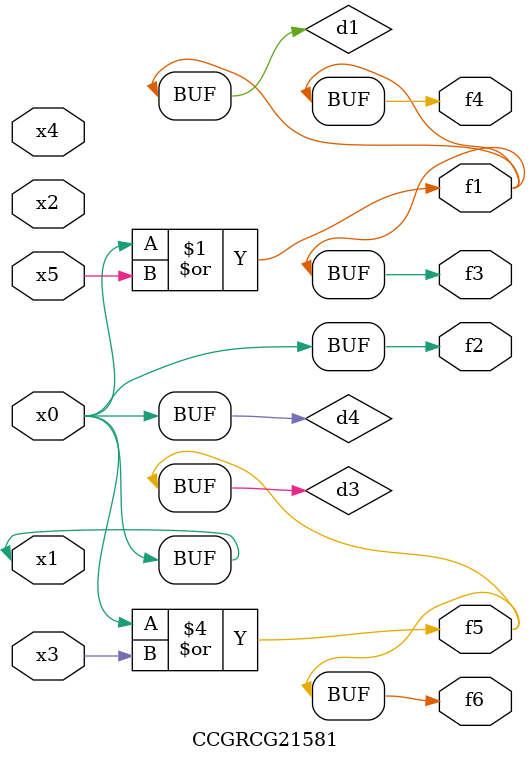
<source format=v>
module CCGRCG21581(
	input x0, x1, x2, x3, x4, x5,
	output f1, f2, f3, f4, f5, f6
);

	wire d1, d2, d3, d4;

	or (d1, x0, x5);
	xnor (d2, x1, x4);
	or (d3, x0, x3);
	buf (d4, x0, x1);
	assign f1 = d1;
	assign f2 = d4;
	assign f3 = d1;
	assign f4 = d1;
	assign f5 = d3;
	assign f6 = d3;
endmodule

</source>
